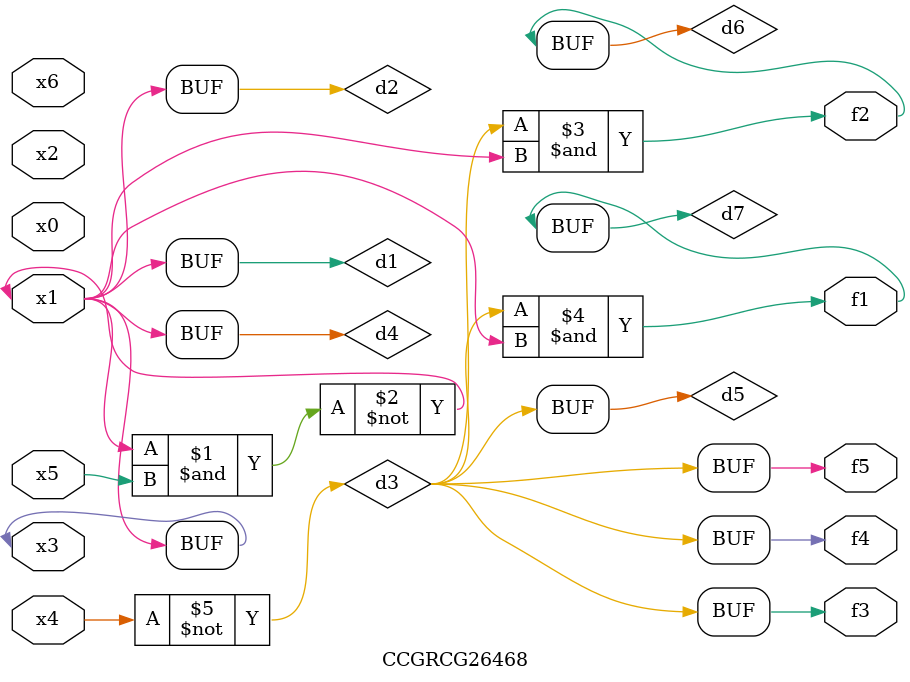
<source format=v>
module CCGRCG26468(
	input x0, x1, x2, x3, x4, x5, x6,
	output f1, f2, f3, f4, f5
);

	wire d1, d2, d3, d4, d5, d6, d7;

	buf (d1, x1, x3);
	nand (d2, x1, x5);
	not (d3, x4);
	buf (d4, d1, d2);
	buf (d5, d3);
	and (d6, d3, d4);
	and (d7, d3, d4);
	assign f1 = d7;
	assign f2 = d6;
	assign f3 = d5;
	assign f4 = d5;
	assign f5 = d5;
endmodule

</source>
